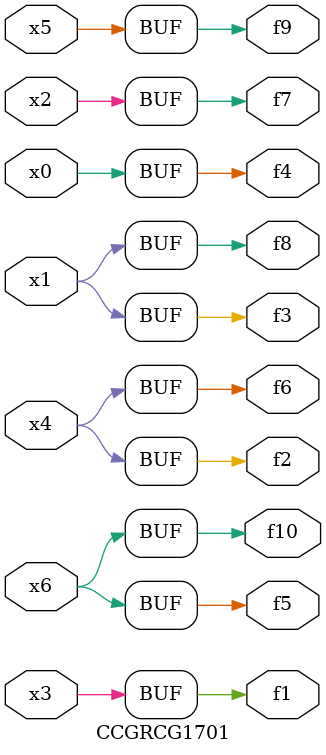
<source format=v>
module CCGRCG1701(
	input x0, x1, x2, x3, x4, x5, x6,
	output f1, f2, f3, f4, f5, f6, f7, f8, f9, f10
);
	assign f1 = x3;
	assign f2 = x4;
	assign f3 = x1;
	assign f4 = x0;
	assign f5 = x6;
	assign f6 = x4;
	assign f7 = x2;
	assign f8 = x1;
	assign f9 = x5;
	assign f10 = x6;
endmodule

</source>
